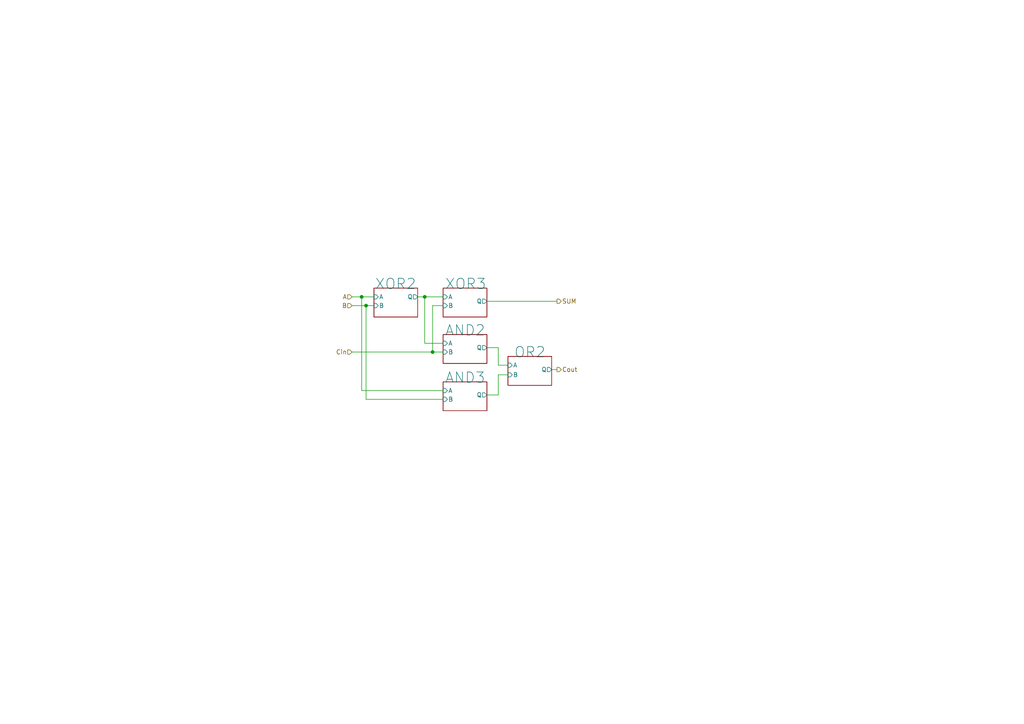
<source format=kicad_sch>
(kicad_sch (version 20211123) (generator eeschema)
  (paper "A4")
  (lib_symbols)
  (junction (at 125.476 102.108))
  (junction (at 123.19 86.106))
  (junction (at 104.902 86.106))
  (junction (at 106.172 88.646))
  (wire (pts (xy 144.526 100.838) (xy 144.526 105.918)))
  (wire (pts (xy 125.476 88.646) (xy 125.476 102.108)))
  (wire (pts (xy 106.172 115.824) (xy 128.524 115.824)))
  (wire (pts (xy 123.19 86.106) (xy 123.19 99.568)))
  (wire (pts (xy 123.19 99.568) (xy 128.524 99.568)))
  (wire (pts (xy 144.526 108.712) (xy 144.526 114.554)))
  (wire (pts (xy 123.19 86.106) (xy 128.524 86.106)))
  (wire (pts (xy 106.172 88.646) (xy 106.172 115.824)))
  (wire (pts (xy 144.526 114.554) (xy 141.224 114.554)))
  (wire (pts (xy 147.32 108.712) (xy 144.526 108.712)))
  (wire (pts (xy 102.108 86.106) (xy 104.902 86.106)))
  (wire (pts (xy 104.902 86.106) (xy 108.458 86.106)))
  (wire (pts (xy 125.476 102.108) (xy 128.524 102.108)))
  (wire (pts (xy 160.02 107.188) (xy 161.544 107.188)))
  (wire (pts (xy 121.158 86.106) (xy 123.19 86.106)))
  (wire (pts (xy 102.108 102.108) (xy 125.476 102.108)))
  (wire (pts (xy 108.458 88.646) (xy 106.172 88.646)))
  (wire (pts (xy 141.224 100.838) (xy 144.526 100.838)))
  (wire (pts (xy 144.526 105.918) (xy 147.32 105.918)))
  (wire (pts (xy 104.902 113.284) (xy 104.902 86.106)))
  (wire (pts (xy 128.524 113.284) (xy 104.902 113.284)))
  (wire (pts (xy 128.524 88.646) (xy 125.476 88.646)))
  (wire (pts (xy 102.108 88.646) (xy 106.172 88.646)))
  (wire (pts (xy 141.224 87.376) (xy 161.544 87.376)))
  (hierarchical_label "Cin" (shape input) (at 102.108 102.108 180))
  (hierarchical_label "B" (shape input) (at 102.108 88.646 180))
  (hierarchical_label "SUM" (shape output) (at 161.544 87.376 0))
  (hierarchical_label "A" (shape input) (at 102.108 86.106 180))
  (hierarchical_label "Cout" (shape output) (at 161.544 107.188 0))
  (sheet (at 128.524 83.566) (size 12.7 8.382) (stroke (width 0.1524))
    (property "Sheet name" "XOR3" (at 129.032 84.074 0) (effects (font (size 3 3)) (justify left bottom)))
    (property "Sheet file" "XOR.kicad_sch" (effects hide))
    (pin "Q" output (at 141.224 87.376 0))
    (pin "A" input (at 128.524 86.106 180))
    (pin "B" input (at 128.524 88.646 180))
  )
  (sheet (at 128.524 110.744) (size 12.7 8.382) (stroke (width 0.1524))
    (property "Sheet name" "AND3" (at 129.032 111.252 0) (effects (font (size 3 3)) (justify left bottom)))
    (property "Sheet file" "AND.kicad_sch" (effects hide))
    (pin "Q" output (at 141.224 114.554 0))
    (pin "A" input (at 128.524 113.284 180))
    (pin "B" input (at 128.524 115.824 180))
  )
  (sheet (at 147.32 103.378) (size 12.7 8.382) (stroke (width 0.1524))
    (property "Sheet name" "OR2" (at 149.098 103.886 0) (effects (font (size 3 3)) (justify left bottom)))
    (property "Sheet file" "OR.kicad_sch" (effects hide))
    (pin "A" input (at 147.32 105.918 180))
    (pin "B" input (at 147.32 108.712 180))
    (pin "Q" output (at 160.02 107.188 0))
  )
  (sheet (at 128.524 97.028) (size 12.7 8.382) (stroke (width 0.1524))
    (property "Sheet name" "AND2" (at 129.032 97.536 0) (effects (font (size 3 3)) (justify left bottom)))
    (property "Sheet file" "AND.kicad_sch" (effects hide))
    (pin "Q" output (at 141.224 100.838 0))
    (pin "A" input (at 128.524 99.568 180))
    (pin "B" input (at 128.524 102.108 180))
  )
  (sheet (at 108.458 83.566) (size 12.7 8.382) (stroke (width 0.1524))
    (property "Sheet name" "XOR2" (at 108.712 84.074 0) (effects (font (size 3 3)) (justify left bottom)))
    (property "Sheet file" "XOR.kicad_sch" (effects hide))
    (pin "Q" output (at 121.158 86.106 0))
    (pin "A" input (at 108.458 86.106 180))
    (pin "B" input (at 108.458 88.646 180))
  )
)
</source>
